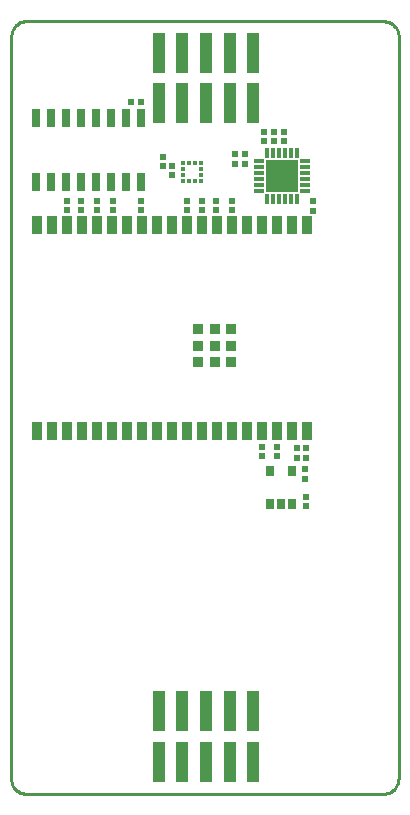
<source format=gbp>
%FSTAX23Y23*%
%MOIN*%
%SFA1B1*%

%IPPOS*%
%ADD13C,0.010000*%
%ADD34R,0.024020X0.022440*%
%ADD35R,0.022440X0.024020*%
%ADD37R,0.019680X0.019680*%
%ADD105R,0.035430X0.059060*%
%ADD106R,0.035430X0.035430*%
%ADD116R,0.042130X0.131890*%
%ADD117R,0.025590X0.037400*%
%ADD118R,0.027560X0.062010*%
%ADD119R,0.106300X0.106300*%
%ADD120R,0.013780X0.035430*%
%ADD121R,0.035430X0.013780*%
%ADD122R,0.012800X0.011810*%
%ADD123R,0.011810X0.012800*%
%ADD124R,0.037400X0.037400*%
%LNnas-craftsman_nixie_v1-1*%
%LPD*%
G54D13*
X17543Y00065D02*
D01*
X17546Y00065*
X17549Y00065*
X17553Y00066*
X17556Y00066*
X1756Y00068*
X17563Y00069*
X17566Y0007*
X17569Y00072*
X17572Y00074*
X17575Y00076*
X17577Y00079*
X1758Y00081*
X17582Y00084*
X17584Y00087*
X17586Y0009*
X17587Y00093*
X17589Y00096*
X1759Y00099*
X17591Y00102*
X17592Y00106*
X17592Y00109*
X17592Y00113*
X17593Y00115*
X17593Y0259D02*
D01*
X17593Y02594*
X17592Y02597*
X17592Y02601*
X17591Y02604*
X1759Y02607*
X17588Y02611*
X17587Y02614*
X17585Y02617*
X17583Y0262*
X17581Y02622*
X17579Y02625*
X17576Y02627*
X17574Y0263*
X17571Y02632*
X17568Y02634*
X17565Y02635*
X17562Y02637*
X17558Y02638*
X17555Y02639*
X17552Y02639*
X17548Y0264*
X17545Y0264*
X17543Y0264*
X16352Y0264D02*
D01*
X16349Y0264*
X16345Y0264*
X16342Y02639*
X16338Y02638*
X16335Y02637*
X16332Y02636*
X16329Y02634*
X16326Y02632*
X16323Y02631*
X1632Y02628*
X16317Y02626*
X16315Y02624*
X16313Y02621*
X16311Y02618*
X16309Y02615*
X16307Y02612*
X16306Y02609*
X16305Y02606*
X16304Y02602*
X16303Y02599*
X16302Y02595*
X16302Y02592*
X16302Y0259*
X16302Y00114D02*
D01*
X16302Y00111*
X16302Y00107*
X16303Y00104*
X16304Y00101*
X16305Y00097*
X16306Y00094*
X16308Y00091*
X16309Y00088*
X16311Y00085*
X16313Y00082*
X16316Y0008*
X16318Y00077*
X16321Y00075*
X16324Y00073*
X16327Y00071*
X1633Y00069*
X16333Y00068*
X16336Y00067*
X1634Y00066*
X16343Y00065*
X16347Y00065*
X1635Y00064*
X16352Y00064*
X17593Y00115D02*
Y02591D01*
X16352Y02641D02*
X17546D01*
X16302Y00114D02*
Y0259D01*
X16345Y00065D02*
X17543D01*
G54D34*
X17254Y01184D03*
X17285D03*
X17255Y01218D03*
X17286D03*
X17049Y02165D03*
X1708D03*
X17049Y02197D03*
X1708D03*
X16733Y02372D03*
X16702D03*
G54D35*
X16536Y0201D03*
Y02041D03*
X17283Y01054D03*
Y01023D03*
X17282Y01115D03*
Y01146D03*
X17137Y01221D03*
Y01191D03*
X16838Y02126D03*
Y02157D03*
X16588Y0201D03*
Y02041D03*
X16734D03*
Y0201D03*
G54D37*
X16984Y0201D03*
Y02041D03*
X17187Y01222D03*
Y0119D03*
X16808Y02187D03*
Y02156D03*
X17211Y02272D03*
Y02241D03*
X17144Y02272D03*
Y02241D03*
X17177D03*
Y02272D03*
X1664Y0201D03*
Y02041D03*
X16888Y0201D03*
Y02041D03*
X16938D03*
Y0201D03*
X16487D03*
Y02041D03*
X17307Y02009D03*
Y0204D03*
X17037Y0201D03*
Y02041D03*
G54D105*
X17287Y01273D03*
X17237D03*
X17187D03*
X17137D03*
X17087D03*
X17037D03*
X16987D03*
X16937D03*
X16887D03*
X16837D03*
X16787D03*
X16737D03*
X16687D03*
X16637D03*
X16587D03*
X16537D03*
X16487D03*
X16437D03*
X16387D03*
Y01962D03*
X16437D03*
X16487D03*
X16537D03*
X16587D03*
X16637D03*
X16687D03*
X16737D03*
X16787D03*
X16837D03*
X16887D03*
X16937D03*
X16987D03*
X17037D03*
X17087D03*
X17137D03*
X17187D03*
X17237D03*
X17287D03*
G54D106*
X17035Y01504D03*
Y01559D03*
G54D116*
X16793Y0034D03*
Y00172D03*
X16872Y0034D03*
Y00172D03*
X16951Y0034D03*
Y00172D03*
X1703Y0034D03*
Y00172D03*
X17108Y0034D03*
Y00172D03*
Y02366D03*
Y02534D03*
X1703Y02366D03*
Y02534D03*
X16951Y02366D03*
Y02534D03*
X16872Y02366D03*
Y02534D03*
X16793Y02366D03*
Y02534D03*
G54D117*
X17239Y0103D03*
X17202D03*
X17165D03*
Y0114D03*
X17239D03*
G54D118*
X16733Y02103D03*
X16683D03*
X16633D03*
X16583D03*
X16533D03*
X16483D03*
X16433D03*
X16383D03*
Y02317D03*
X16433D03*
X16483D03*
X16533D03*
X16583D03*
X16633D03*
X16683D03*
X16733D03*
G54D119*
X17203Y02124D03*
G54D120*
X17154Y02047D03*
X17174D03*
X17194D03*
X17213D03*
X17233D03*
X17253D03*
Y022D03*
X17233D03*
X17213D03*
X17194D03*
X17174D03*
X17154D03*
G54D121*
X1728Y02074D03*
Y02094D03*
Y02114D03*
Y02133D03*
Y02153D03*
Y02173D03*
X17127D03*
Y02153D03*
Y02133D03*
Y02114D03*
Y02094D03*
Y02074D03*
G54D122*
X16936Y02168D03*
Y02148D03*
Y02129D03*
Y02109D03*
X16876D03*
Y02129D03*
Y02148D03*
Y02168D03*
G54D123*
X16916Y02108D03*
X16896D03*
Y02168D03*
X16916D03*
G54D124*
X17035Y01614D03*
X1698Y01504D03*
Y01559D03*
Y01614D03*
X16925Y01504D03*
Y01559D03*
Y01614D03*
M02*
</source>
